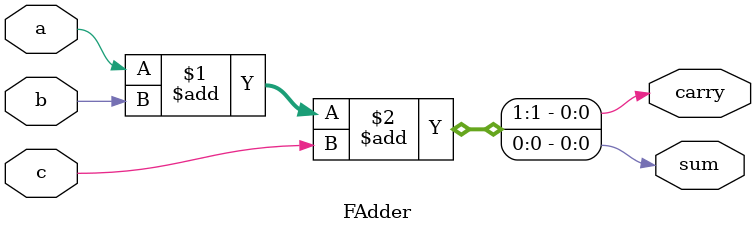
<source format=v>
`include "hadder.v"

module FAdder(output carry, sum, input a, b, c);
  assign {carry, sum} = a + b + c;
endmodule

</source>
